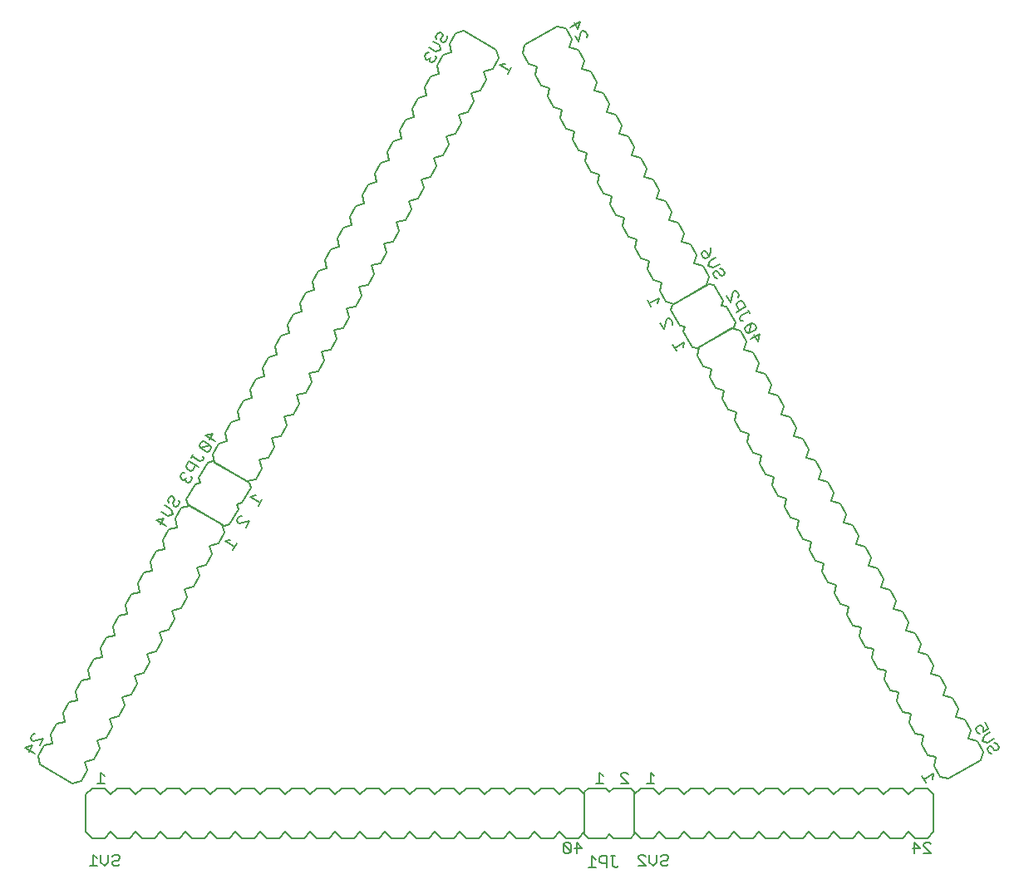
<source format=gbo>
G75*
%MOIN*%
%OFA0B0*%
%FSLAX25Y25*%
%IPPOS*%
%LPD*%
%AMOC8*
5,1,8,0,0,1.08239X$1,22.5*
%
%ADD10C,0.00600*%
%ADD11C,0.00500*%
D10*
X0042975Y0044537D02*
X0055965Y0037037D01*
X0059380Y0037952D01*
X0061880Y0042282D01*
X0060965Y0045697D01*
X0064380Y0046612D01*
X0066880Y0050942D01*
X0065965Y0054357D01*
X0069380Y0055272D01*
X0071880Y0059602D01*
X0070965Y0063017D01*
X0074380Y0063932D01*
X0076880Y0068263D01*
X0075965Y0071678D01*
X0079380Y0072593D01*
X0081880Y0076923D01*
X0080965Y0080338D01*
X0084380Y0081253D01*
X0086880Y0085583D01*
X0085965Y0088998D01*
X0089380Y0089913D01*
X0091880Y0094243D01*
X0090965Y0097658D01*
X0094380Y0098573D01*
X0096880Y0102904D01*
X0095965Y0106319D01*
X0099380Y0107234D01*
X0101880Y0111564D01*
X0100965Y0114979D01*
X0104380Y0115894D01*
X0106880Y0120224D01*
X0105965Y0123639D01*
X0109380Y0124554D01*
X0111880Y0128884D01*
X0110965Y0132299D01*
X0114380Y0133214D01*
X0116880Y0137545D01*
X0115965Y0140960D01*
X0102975Y0148460D01*
X0099560Y0147545D01*
X0097060Y0143214D01*
X0097975Y0139799D01*
X0094560Y0138884D01*
X0092060Y0134554D01*
X0092975Y0131139D01*
X0089560Y0130224D01*
X0087060Y0125894D01*
X0087975Y0122479D01*
X0084560Y0121564D01*
X0082060Y0117234D01*
X0082975Y0113819D01*
X0079560Y0112904D01*
X0077060Y0108573D01*
X0077975Y0105158D01*
X0074560Y0104243D01*
X0072060Y0099913D01*
X0072975Y0096498D01*
X0069560Y0095583D01*
X0067060Y0091253D01*
X0067975Y0087838D01*
X0064560Y0086923D01*
X0062060Y0082593D01*
X0062975Y0079178D01*
X0059560Y0078263D01*
X0057060Y0073932D01*
X0057975Y0070517D01*
X0054560Y0069602D01*
X0052060Y0065272D01*
X0052975Y0061857D01*
X0049560Y0060942D01*
X0047060Y0056612D01*
X0047975Y0053197D01*
X0044560Y0052282D01*
X0042060Y0047952D01*
X0042975Y0044537D01*
X0061300Y0032700D02*
X0063800Y0035200D01*
X0068800Y0035200D01*
X0071300Y0032700D01*
X0073800Y0035200D01*
X0078800Y0035200D01*
X0081300Y0032700D01*
X0083800Y0035200D01*
X0088800Y0035200D01*
X0091300Y0032700D01*
X0093800Y0035200D01*
X0098800Y0035200D01*
X0101300Y0032700D01*
X0103800Y0035200D01*
X0108800Y0035200D01*
X0111300Y0032700D01*
X0113800Y0035200D01*
X0118800Y0035200D01*
X0121300Y0032700D01*
X0123800Y0035200D01*
X0128800Y0035200D01*
X0131300Y0032700D01*
X0133800Y0035200D01*
X0138800Y0035200D01*
X0141300Y0032700D01*
X0143800Y0035200D01*
X0148800Y0035200D01*
X0151300Y0032700D01*
X0153800Y0035200D01*
X0158800Y0035200D01*
X0161300Y0032700D01*
X0163800Y0035200D01*
X0168800Y0035200D01*
X0171300Y0032700D01*
X0173800Y0035200D01*
X0178800Y0035200D01*
X0181300Y0032700D01*
X0183800Y0035200D01*
X0188800Y0035200D01*
X0191300Y0032700D01*
X0193800Y0035200D01*
X0198800Y0035200D01*
X0201300Y0032700D01*
X0203800Y0035200D01*
X0208800Y0035200D01*
X0211300Y0032700D01*
X0213800Y0035200D01*
X0218800Y0035200D01*
X0221300Y0032700D01*
X0223800Y0035200D01*
X0228800Y0035200D01*
X0231300Y0032700D01*
X0233800Y0035200D01*
X0238800Y0035200D01*
X0241300Y0032700D01*
X0243800Y0035200D01*
X0248800Y0035200D01*
X0251300Y0032700D01*
X0253800Y0035200D01*
X0258800Y0035200D01*
X0261300Y0032700D01*
X0261300Y0017700D01*
X0258800Y0015200D01*
X0253800Y0015200D01*
X0251300Y0017700D01*
X0248800Y0015200D01*
X0243800Y0015200D01*
X0241300Y0017700D01*
X0238800Y0015200D01*
X0233800Y0015200D01*
X0231300Y0017700D01*
X0228800Y0015200D01*
X0223800Y0015200D01*
X0221300Y0017700D01*
X0218800Y0015200D01*
X0213800Y0015200D01*
X0211300Y0017700D01*
X0208800Y0015200D01*
X0203800Y0015200D01*
X0201300Y0017700D01*
X0198800Y0015200D01*
X0193800Y0015200D01*
X0191300Y0017700D01*
X0188800Y0015200D01*
X0183800Y0015200D01*
X0181300Y0017700D01*
X0178800Y0015200D01*
X0173800Y0015200D01*
X0171300Y0017700D01*
X0168800Y0015200D01*
X0163800Y0015200D01*
X0161300Y0017700D01*
X0158800Y0015200D01*
X0153800Y0015200D01*
X0151300Y0017700D01*
X0148800Y0015200D01*
X0143800Y0015200D01*
X0141300Y0017700D01*
X0138800Y0015200D01*
X0133800Y0015200D01*
X0131300Y0017700D01*
X0128800Y0015200D01*
X0123800Y0015200D01*
X0121300Y0017700D01*
X0118800Y0015200D01*
X0113800Y0015200D01*
X0111300Y0017700D01*
X0108800Y0015200D01*
X0103800Y0015200D01*
X0101300Y0017700D01*
X0098800Y0015200D01*
X0093800Y0015200D01*
X0091300Y0017700D01*
X0088800Y0015200D01*
X0083800Y0015200D01*
X0081300Y0017700D01*
X0078800Y0015200D01*
X0073800Y0015200D01*
X0071300Y0017700D01*
X0068800Y0015200D01*
X0063800Y0015200D01*
X0061300Y0017700D01*
X0061300Y0032700D01*
X0116831Y0140460D02*
X0118880Y0141009D01*
X0122380Y0147071D01*
X0121831Y0149120D01*
X0123880Y0149669D01*
X0127380Y0155731D01*
X0126831Y0157780D01*
X0112109Y0166280D01*
X0110060Y0165731D01*
X0106560Y0159669D01*
X0107109Y0157620D01*
X0105060Y0157071D01*
X0101560Y0151009D01*
X0102109Y0148960D01*
X0116831Y0140460D01*
X0125965Y0158280D02*
X0129380Y0159195D01*
X0131880Y0163525D01*
X0130965Y0166940D01*
X0134380Y0167855D01*
X0136880Y0172186D01*
X0135965Y0175601D01*
X0139380Y0176516D01*
X0141880Y0180846D01*
X0140965Y0184261D01*
X0144380Y0185176D01*
X0146880Y0189506D01*
X0145965Y0192921D01*
X0149380Y0193836D01*
X0151880Y0198166D01*
X0150965Y0201581D01*
X0154380Y0202496D01*
X0156880Y0206827D01*
X0155965Y0210242D01*
X0159380Y0211157D01*
X0161880Y0215487D01*
X0160965Y0218902D01*
X0164380Y0219817D01*
X0166880Y0224147D01*
X0165965Y0227562D01*
X0169380Y0228477D01*
X0171880Y0232807D01*
X0170965Y0236222D01*
X0174380Y0237137D01*
X0176880Y0241468D01*
X0175965Y0244883D01*
X0179380Y0245798D01*
X0181880Y0250128D01*
X0180965Y0253543D01*
X0184380Y0254458D01*
X0186880Y0258788D01*
X0185965Y0262203D01*
X0189380Y0263118D01*
X0191880Y0267448D01*
X0190965Y0270863D01*
X0194380Y0271778D01*
X0196880Y0276109D01*
X0195965Y0279524D01*
X0199380Y0280439D01*
X0201880Y0284769D01*
X0200965Y0288184D01*
X0204380Y0289099D01*
X0206880Y0293429D01*
X0205965Y0296844D01*
X0209380Y0297759D01*
X0211880Y0302089D01*
X0210965Y0305504D01*
X0214380Y0306420D01*
X0216880Y0310750D01*
X0215965Y0314165D01*
X0219380Y0315080D01*
X0221880Y0319410D01*
X0220965Y0322825D01*
X0224380Y0323740D01*
X0226880Y0328070D01*
X0225965Y0331485D01*
X0212975Y0338985D01*
X0209560Y0338070D01*
X0207060Y0333740D01*
X0207975Y0330325D01*
X0204560Y0329410D01*
X0202060Y0325080D01*
X0202975Y0321665D01*
X0199560Y0320750D01*
X0197060Y0316420D01*
X0197975Y0313004D01*
X0194560Y0312089D01*
X0192060Y0307759D01*
X0192975Y0304344D01*
X0189560Y0303429D01*
X0187060Y0299099D01*
X0187975Y0295684D01*
X0184560Y0294769D01*
X0182060Y0290439D01*
X0182975Y0287024D01*
X0179560Y0286109D01*
X0177060Y0281778D01*
X0177975Y0278363D01*
X0174560Y0277448D01*
X0172060Y0273118D01*
X0172975Y0269703D01*
X0169560Y0268788D01*
X0167060Y0264458D01*
X0167975Y0261043D01*
X0164560Y0260128D01*
X0162060Y0255798D01*
X0162975Y0252383D01*
X0159560Y0251468D01*
X0157060Y0247137D01*
X0157975Y0243722D01*
X0154560Y0242807D01*
X0152060Y0238477D01*
X0152975Y0235062D01*
X0149560Y0234147D01*
X0147060Y0229817D01*
X0147975Y0226402D01*
X0144560Y0225487D01*
X0142060Y0221157D01*
X0142975Y0217742D01*
X0139560Y0216827D01*
X0137060Y0212496D01*
X0137975Y0209081D01*
X0134560Y0208166D01*
X0132060Y0203836D01*
X0132975Y0200421D01*
X0129560Y0199506D01*
X0127060Y0195176D01*
X0127975Y0191761D01*
X0124560Y0190846D01*
X0122060Y0186516D01*
X0122975Y0183101D01*
X0119560Y0182186D01*
X0117060Y0177855D01*
X0117975Y0174440D01*
X0114560Y0173525D01*
X0112060Y0169195D01*
X0112975Y0165780D01*
X0125965Y0158280D01*
X0261300Y0033700D02*
X0262800Y0035200D01*
X0269800Y0035200D01*
X0271300Y0033700D01*
X0272800Y0035200D01*
X0279800Y0035200D01*
X0281300Y0033700D01*
X0281300Y0016700D01*
X0279800Y0015200D01*
X0272800Y0015200D01*
X0271300Y0016700D01*
X0269800Y0015200D01*
X0262800Y0015200D01*
X0261300Y0016700D01*
X0261300Y0033700D01*
X0281300Y0032700D02*
X0281300Y0017700D01*
X0283800Y0015200D01*
X0288800Y0015200D01*
X0291300Y0017700D01*
X0293800Y0015200D01*
X0298800Y0015200D01*
X0301300Y0017700D01*
X0303800Y0015200D01*
X0308800Y0015200D01*
X0311300Y0017700D01*
X0313800Y0015200D01*
X0318800Y0015200D01*
X0321300Y0017700D01*
X0323800Y0015200D01*
X0328800Y0015200D01*
X0331300Y0017700D01*
X0333800Y0015200D01*
X0338800Y0015200D01*
X0341300Y0017700D01*
X0343800Y0015200D01*
X0348800Y0015200D01*
X0351300Y0017700D01*
X0353800Y0015200D01*
X0358800Y0015200D01*
X0361300Y0017700D01*
X0363800Y0015200D01*
X0368800Y0015200D01*
X0371300Y0017700D01*
X0373800Y0015200D01*
X0378800Y0015200D01*
X0381300Y0017700D01*
X0383800Y0015200D01*
X0388800Y0015200D01*
X0391300Y0017700D01*
X0393800Y0015200D01*
X0398800Y0015200D01*
X0401300Y0017700D01*
X0401300Y0032700D01*
X0398800Y0035200D01*
X0393800Y0035200D01*
X0391300Y0032700D01*
X0388800Y0035200D01*
X0383800Y0035200D01*
X0381300Y0032700D01*
X0378800Y0035200D01*
X0373800Y0035200D01*
X0371300Y0032700D01*
X0368800Y0035200D01*
X0363800Y0035200D01*
X0361300Y0032700D01*
X0358800Y0035200D01*
X0353800Y0035200D01*
X0351300Y0032700D01*
X0348800Y0035200D01*
X0343800Y0035200D01*
X0341300Y0032700D01*
X0338800Y0035200D01*
X0333800Y0035200D01*
X0331300Y0032700D01*
X0328800Y0035200D01*
X0323800Y0035200D01*
X0321300Y0032700D01*
X0318800Y0035200D01*
X0313800Y0035200D01*
X0311300Y0032700D01*
X0308800Y0035200D01*
X0303800Y0035200D01*
X0301300Y0032700D01*
X0298800Y0035200D01*
X0293800Y0035200D01*
X0291300Y0032700D01*
X0288800Y0035200D01*
X0283800Y0035200D01*
X0281300Y0032700D01*
X0368890Y0100452D02*
X0366390Y0104782D01*
X0367305Y0108197D01*
X0363890Y0109112D01*
X0361390Y0113442D01*
X0362305Y0116857D01*
X0358890Y0117772D01*
X0356390Y0122102D01*
X0357305Y0125517D01*
X0353890Y0126432D01*
X0351390Y0130763D01*
X0352305Y0134178D01*
X0348890Y0135093D01*
X0346390Y0139423D01*
X0347305Y0142838D01*
X0343890Y0143753D01*
X0341390Y0148083D01*
X0342305Y0151498D01*
X0338890Y0152413D01*
X0336390Y0156743D01*
X0337305Y0160158D01*
X0333890Y0161073D01*
X0331390Y0165404D01*
X0332305Y0168819D01*
X0328890Y0169734D01*
X0326390Y0174064D01*
X0327305Y0177479D01*
X0323890Y0178394D01*
X0321390Y0182724D01*
X0322305Y0186139D01*
X0318890Y0187054D01*
X0316390Y0191384D01*
X0317305Y0194799D01*
X0313890Y0195714D01*
X0311390Y0200045D01*
X0312305Y0203460D01*
X0308890Y0204375D01*
X0306390Y0208705D01*
X0307305Y0212120D01*
X0320295Y0219620D01*
X0323710Y0218705D01*
X0326210Y0214375D01*
X0325295Y0210960D01*
X0328710Y0210045D01*
X0331210Y0205714D01*
X0330295Y0202299D01*
X0333710Y0201384D01*
X0336210Y0197054D01*
X0335295Y0193639D01*
X0338710Y0192724D01*
X0341210Y0188394D01*
X0340295Y0184979D01*
X0343710Y0184064D01*
X0346210Y0179734D01*
X0345295Y0176319D01*
X0348710Y0175404D01*
X0351210Y0171073D01*
X0350295Y0167658D01*
X0353710Y0166743D01*
X0356210Y0162413D01*
X0355295Y0158998D01*
X0358710Y0158083D01*
X0361210Y0153753D01*
X0360295Y0150338D01*
X0363710Y0149423D01*
X0366210Y0145093D01*
X0365295Y0141678D01*
X0368710Y0140763D01*
X0371210Y0136432D01*
X0370295Y0133017D01*
X0373710Y0132102D01*
X0376210Y0127772D01*
X0375295Y0124357D01*
X0378710Y0123442D01*
X0381210Y0119112D01*
X0380295Y0115697D01*
X0383710Y0114782D01*
X0386210Y0110452D01*
X0385295Y0107037D01*
X0388710Y0106121D01*
X0391210Y0101791D01*
X0390295Y0098376D01*
X0393710Y0097461D01*
X0396210Y0093131D01*
X0395295Y0089716D01*
X0398710Y0088801D01*
X0401210Y0084471D01*
X0400295Y0081056D01*
X0403710Y0080141D01*
X0406210Y0075811D01*
X0405295Y0072396D01*
X0408710Y0071480D01*
X0411210Y0067150D01*
X0410295Y0063735D01*
X0413710Y0062820D01*
X0416210Y0058490D01*
X0415295Y0055075D01*
X0418710Y0054160D01*
X0421210Y0049830D01*
X0420295Y0046415D01*
X0407305Y0038915D01*
X0403890Y0039830D01*
X0401390Y0044160D01*
X0402305Y0047575D01*
X0398890Y0048490D01*
X0396390Y0052820D01*
X0397305Y0056235D01*
X0393890Y0057150D01*
X0391390Y0061480D01*
X0392305Y0064896D01*
X0388890Y0065811D01*
X0386390Y0070141D01*
X0387305Y0073556D01*
X0383890Y0074471D01*
X0381390Y0078801D01*
X0382305Y0082216D01*
X0378890Y0083131D01*
X0376390Y0087461D01*
X0377305Y0090876D01*
X0373890Y0091791D01*
X0371390Y0096121D01*
X0372305Y0099537D01*
X0368890Y0100452D01*
X0306439Y0211620D02*
X0304390Y0212169D01*
X0300890Y0218231D01*
X0301439Y0220280D01*
X0299390Y0220829D01*
X0295890Y0226891D01*
X0296439Y0228940D01*
X0311161Y0237440D01*
X0313210Y0236891D01*
X0316710Y0230829D01*
X0316161Y0228780D01*
X0318210Y0228231D01*
X0321710Y0222169D01*
X0321161Y0220120D01*
X0306439Y0211620D01*
X0297305Y0229440D02*
X0293890Y0230355D01*
X0291390Y0234686D01*
X0292305Y0238101D01*
X0288890Y0239016D01*
X0286390Y0243346D01*
X0287305Y0246761D01*
X0283890Y0247676D01*
X0281390Y0252006D01*
X0282305Y0255421D01*
X0278890Y0256336D01*
X0276390Y0260666D01*
X0277305Y0264081D01*
X0273890Y0264996D01*
X0271390Y0269327D01*
X0272305Y0272742D01*
X0268890Y0273657D01*
X0266390Y0277987D01*
X0267305Y0281402D01*
X0263890Y0282317D01*
X0261390Y0286647D01*
X0262305Y0290062D01*
X0258890Y0290977D01*
X0256390Y0295307D01*
X0257305Y0298722D01*
X0253890Y0299637D01*
X0251390Y0303968D01*
X0252305Y0307383D01*
X0248890Y0308298D01*
X0246390Y0312628D01*
X0247305Y0316043D01*
X0243890Y0316958D01*
X0241390Y0321288D01*
X0242305Y0324703D01*
X0238890Y0325618D01*
X0236390Y0329948D01*
X0237305Y0333363D01*
X0250295Y0340863D01*
X0253710Y0339948D01*
X0256210Y0335618D01*
X0255295Y0332203D01*
X0258710Y0331288D01*
X0261210Y0326958D01*
X0260295Y0323543D01*
X0263710Y0322628D01*
X0266210Y0318298D01*
X0265295Y0314883D01*
X0268710Y0313968D01*
X0271210Y0309637D01*
X0270295Y0306222D01*
X0273710Y0305307D01*
X0276210Y0300977D01*
X0275295Y0297562D01*
X0278710Y0296647D01*
X0281210Y0292317D01*
X0280295Y0288902D01*
X0283710Y0287987D01*
X0286210Y0283657D01*
X0285295Y0280242D01*
X0288710Y0279327D01*
X0291210Y0274996D01*
X0290295Y0271581D01*
X0293710Y0270666D01*
X0296210Y0266336D01*
X0295295Y0262921D01*
X0298710Y0262006D01*
X0301210Y0257676D01*
X0300295Y0254261D01*
X0303710Y0253346D01*
X0306210Y0249016D01*
X0305295Y0245601D01*
X0308710Y0244686D01*
X0311210Y0240355D01*
X0310295Y0236940D01*
X0297305Y0229440D01*
D11*
X0295877Y0223422D02*
X0296627Y0222122D01*
X0296352Y0221096D01*
X0295877Y0223422D02*
X0294851Y0223697D01*
X0294201Y0223321D01*
X0293102Y0219220D01*
X0291601Y0221820D01*
X0287852Y0228313D02*
X0286351Y0230913D01*
X0287101Y0229613D02*
X0291002Y0231865D01*
X0290452Y0229814D01*
X0301252Y0214111D02*
X0297351Y0211860D01*
X0296601Y0213160D02*
X0298102Y0210559D01*
X0300702Y0212061D02*
X0301252Y0214111D01*
X0321982Y0226198D02*
X0325882Y0228450D01*
X0324756Y0230401D01*
X0323731Y0230675D01*
X0322431Y0229925D01*
X0322156Y0228899D01*
X0323282Y0226949D01*
X0323808Y0224537D02*
X0327058Y0226413D01*
X0327434Y0225763D02*
X0326683Y0227064D01*
X0323808Y0224537D02*
X0323533Y0223512D01*
X0323908Y0222861D01*
X0324934Y0222587D01*
X0325698Y0220264D02*
X0325423Y0219238D01*
X0326174Y0217938D01*
X0327199Y0217664D01*
X0328298Y0221765D01*
X0325698Y0220264D01*
X0328298Y0221765D02*
X0329323Y0221490D01*
X0330074Y0220190D01*
X0329799Y0219165D01*
X0327199Y0217664D01*
X0329300Y0217027D02*
X0330801Y0214427D01*
X0331625Y0217503D01*
X0327725Y0215251D01*
X0319680Y0230186D02*
X0318179Y0232786D01*
X0320779Y0234287D02*
X0321429Y0234662D01*
X0322454Y0234388D01*
X0323205Y0233088D01*
X0322930Y0232062D01*
X0320779Y0234287D02*
X0319680Y0230186D01*
X0314501Y0239657D02*
X0313475Y0239932D01*
X0312725Y0241232D01*
X0313000Y0242257D01*
X0313650Y0242633D01*
X0314675Y0242358D01*
X0315426Y0241058D01*
X0316451Y0240783D01*
X0317101Y0241158D01*
X0317376Y0242184D01*
X0316625Y0243484D01*
X0315600Y0243759D01*
X0315449Y0245521D02*
X0312849Y0244020D01*
X0310798Y0244569D01*
X0311348Y0246620D01*
X0313948Y0248121D01*
X0311197Y0248382D02*
X0310071Y0250332D01*
X0309046Y0250607D01*
X0308396Y0250232D01*
X0308121Y0249206D01*
X0308872Y0247906D01*
X0309897Y0247631D01*
X0311197Y0248382D01*
X0311747Y0250433D01*
X0311646Y0252108D01*
X0230417Y0321695D02*
X0231918Y0324296D01*
X0231167Y0322995D02*
X0227267Y0325247D01*
X0229318Y0325797D01*
X0206294Y0335913D02*
X0206019Y0336939D01*
X0206294Y0335913D02*
X0205543Y0334613D01*
X0204518Y0334339D01*
X0203868Y0334714D01*
X0203593Y0335739D01*
X0204344Y0337039D01*
X0204069Y0338065D01*
X0203419Y0338440D01*
X0202393Y0338165D01*
X0201643Y0336865D01*
X0201917Y0335840D01*
X0200467Y0334828D02*
X0203067Y0333327D01*
X0203616Y0331276D01*
X0201566Y0330727D01*
X0198965Y0332228D01*
X0198815Y0330466D02*
X0197789Y0330191D01*
X0197039Y0328891D01*
X0197314Y0327866D01*
X0197964Y0327490D01*
X0198989Y0327765D01*
X0199264Y0326740D01*
X0199914Y0326364D01*
X0200939Y0326639D01*
X0201690Y0327939D01*
X0201415Y0328965D01*
X0199364Y0328415D02*
X0198989Y0327765D01*
X0255423Y0340482D02*
X0259323Y0342734D01*
X0258499Y0339658D01*
X0256998Y0342258D01*
X0259950Y0338646D02*
X0260600Y0339022D01*
X0261625Y0338747D01*
X0262376Y0337447D01*
X0262101Y0336421D01*
X0259950Y0338646D02*
X0258851Y0334545D01*
X0257350Y0337145D01*
X0112219Y0177475D02*
X0109143Y0176651D01*
X0113043Y0174399D01*
X0110718Y0174875D02*
X0112219Y0177475D01*
X0111217Y0172737D02*
X0107115Y0171638D01*
X0109716Y0170137D01*
X0110741Y0170412D01*
X0111492Y0171712D01*
X0111217Y0172737D01*
X0108617Y0174238D01*
X0107591Y0173964D01*
X0106841Y0172663D01*
X0107115Y0171638D01*
X0108086Y0168314D02*
X0108361Y0167289D01*
X0107985Y0166638D01*
X0106960Y0166364D01*
X0103710Y0168240D01*
X0104085Y0168890D02*
X0103334Y0167590D01*
X0102534Y0166203D02*
X0101408Y0164253D01*
X0101682Y0163228D01*
X0102983Y0162477D01*
X0104008Y0162752D01*
X0105134Y0164702D01*
X0106434Y0163951D02*
X0102534Y0166203D01*
X0100882Y0161841D02*
X0099856Y0161566D01*
X0099106Y0160266D01*
X0099381Y0159241D01*
X0100031Y0158865D01*
X0101056Y0159140D01*
X0101331Y0158115D01*
X0101981Y0157739D01*
X0103006Y0158014D01*
X0103757Y0159314D01*
X0103482Y0160340D01*
X0101431Y0159790D02*
X0101056Y0159140D01*
X0096569Y0151869D02*
X0096844Y0150844D01*
X0096093Y0149544D01*
X0096368Y0148518D01*
X0097018Y0148143D01*
X0098043Y0148418D01*
X0098794Y0149718D01*
X0098519Y0150743D01*
X0096569Y0151869D02*
X0095919Y0152245D01*
X0094893Y0151970D01*
X0094143Y0150670D01*
X0094417Y0149644D01*
X0092967Y0148633D02*
X0095567Y0147132D01*
X0096116Y0145081D01*
X0094066Y0144531D01*
X0091465Y0146033D01*
X0092615Y0143520D02*
X0091114Y0140920D01*
X0093439Y0140444D02*
X0089539Y0142696D01*
X0092615Y0143520D01*
X0117017Y0134289D02*
X0120917Y0132037D01*
X0120167Y0130737D02*
X0121668Y0133337D01*
X0119068Y0134838D02*
X0117017Y0134289D01*
X0122166Y0141707D02*
X0121891Y0142732D01*
X0122642Y0144032D01*
X0123667Y0144307D01*
X0122166Y0141707D02*
X0122816Y0141331D01*
X0126918Y0142430D01*
X0125417Y0139830D01*
X0130417Y0148490D02*
X0131918Y0151091D01*
X0131167Y0149790D02*
X0127267Y0152042D01*
X0129318Y0152592D01*
X0040919Y0056982D02*
X0039893Y0056707D01*
X0039143Y0055407D01*
X0039417Y0054382D01*
X0040068Y0054006D01*
X0044169Y0055105D01*
X0042668Y0052505D01*
X0039917Y0052244D02*
X0038416Y0049644D01*
X0040741Y0049168D02*
X0036841Y0051420D01*
X0039917Y0052244D01*
X0065651Y0036950D02*
X0068654Y0036950D01*
X0067153Y0036950D02*
X0067153Y0041454D01*
X0068654Y0039953D01*
X0067255Y0008454D02*
X0067255Y0005451D01*
X0068757Y0003950D01*
X0070258Y0005451D01*
X0070258Y0008454D01*
X0071859Y0007703D02*
X0072610Y0008454D01*
X0074111Y0008454D01*
X0074862Y0007703D01*
X0074862Y0006953D01*
X0074111Y0006202D01*
X0072610Y0006202D01*
X0071859Y0005451D01*
X0071859Y0004701D01*
X0072610Y0003950D01*
X0074111Y0003950D01*
X0074862Y0004701D01*
X0065654Y0003950D02*
X0062651Y0003950D01*
X0064153Y0003950D02*
X0064153Y0008454D01*
X0065654Y0006953D01*
X0252651Y0009701D02*
X0253402Y0008950D01*
X0254903Y0008950D01*
X0255654Y0009701D01*
X0252651Y0012703D01*
X0252651Y0009701D01*
X0252651Y0012703D02*
X0253402Y0013454D01*
X0254903Y0013454D01*
X0255654Y0012703D01*
X0255654Y0009701D01*
X0257255Y0011202D02*
X0260258Y0011202D01*
X0258006Y0013454D01*
X0258006Y0008950D01*
X0264153Y0007954D02*
X0264153Y0003450D01*
X0265654Y0003450D02*
X0262651Y0003450D01*
X0265654Y0006453D02*
X0264153Y0007954D01*
X0267255Y0007203D02*
X0267255Y0005702D01*
X0268006Y0004951D01*
X0270258Y0004951D01*
X0270258Y0003450D02*
X0270258Y0007954D01*
X0268006Y0007954D01*
X0267255Y0007203D01*
X0271859Y0007954D02*
X0273361Y0007954D01*
X0272610Y0007954D02*
X0272610Y0004201D01*
X0273361Y0003450D01*
X0274111Y0003450D01*
X0274862Y0004201D01*
X0282651Y0003950D02*
X0285654Y0003950D01*
X0282651Y0006953D01*
X0282651Y0007703D01*
X0283402Y0008454D01*
X0284903Y0008454D01*
X0285654Y0007703D01*
X0287255Y0008454D02*
X0287255Y0005451D01*
X0288757Y0003950D01*
X0290258Y0005451D01*
X0290258Y0008454D01*
X0291859Y0007703D02*
X0292610Y0008454D01*
X0294111Y0008454D01*
X0294862Y0007703D01*
X0294862Y0006953D01*
X0294111Y0006202D01*
X0292610Y0006202D01*
X0291859Y0005451D01*
X0291859Y0004701D01*
X0292610Y0003950D01*
X0294111Y0003950D01*
X0294862Y0004701D01*
X0289154Y0036950D02*
X0286151Y0036950D01*
X0287653Y0036950D02*
X0287653Y0041454D01*
X0289154Y0039953D01*
X0278654Y0040703D02*
X0277903Y0041454D01*
X0276402Y0041454D01*
X0275651Y0040703D01*
X0275651Y0039953D01*
X0278654Y0036950D01*
X0275651Y0036950D01*
X0268654Y0036950D02*
X0265651Y0036950D01*
X0267153Y0036950D02*
X0267153Y0041454D01*
X0268654Y0039953D01*
X0392651Y0011202D02*
X0395654Y0011202D01*
X0393402Y0013454D01*
X0393402Y0008950D01*
X0397255Y0008950D02*
X0400258Y0008950D01*
X0397255Y0011953D01*
X0397255Y0012703D01*
X0398006Y0013454D01*
X0399507Y0013454D01*
X0400258Y0012703D01*
X0398102Y0037354D02*
X0396601Y0039955D01*
X0397351Y0038654D02*
X0401252Y0040906D01*
X0400702Y0038856D01*
X0422725Y0050706D02*
X0423475Y0049406D01*
X0424501Y0049132D01*
X0425426Y0050532D02*
X0424675Y0051832D01*
X0423650Y0052107D01*
X0423000Y0051732D01*
X0422725Y0050706D01*
X0425426Y0050532D02*
X0426451Y0050258D01*
X0427101Y0050633D01*
X0427376Y0051658D01*
X0426625Y0052958D01*
X0425600Y0053233D01*
X0425449Y0054995D02*
X0422849Y0053494D01*
X0420798Y0054044D01*
X0421348Y0056094D01*
X0423948Y0057596D01*
X0423147Y0058982D02*
X0421197Y0057856D01*
X0421097Y0059532D01*
X0420721Y0060182D01*
X0419696Y0060457D01*
X0418396Y0059706D01*
X0418121Y0058681D01*
X0418872Y0057381D01*
X0419897Y0057106D01*
X0423147Y0058982D02*
X0421646Y0061583D01*
M02*

</source>
